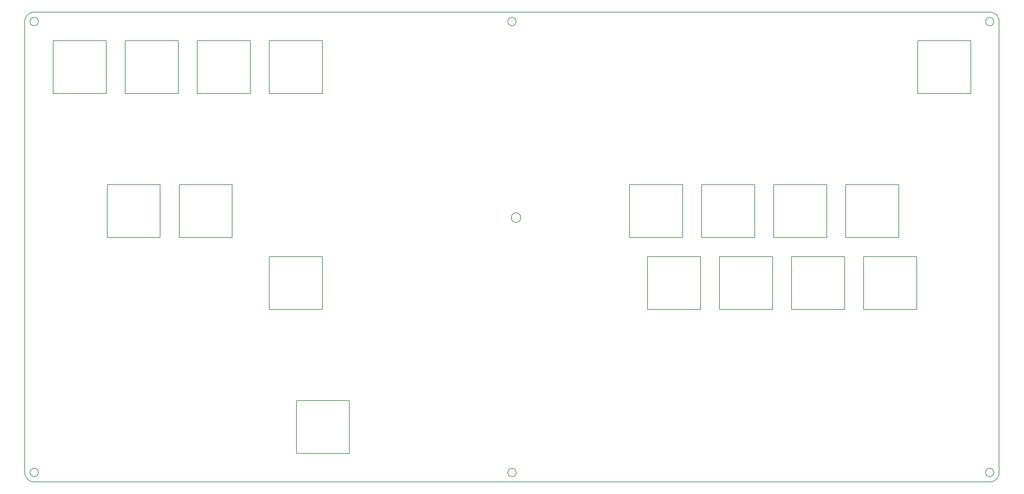
<source format=gbr>
G04 #@! TF.GenerationSoftware,KiCad,Pcbnew,5.0.1*
G04 #@! TF.CreationDate,2018-12-01T17:23:22-05:00*
G04 #@! TF.ProjectId,fightkeyb-pcb-switch,66696768746B6579622D7063622D7377,rev?*
G04 #@! TF.SameCoordinates,Original*
G04 #@! TF.FileFunction,Profile,NP*
%FSLAX46Y46*%
G04 Gerber Fmt 4.6, Leading zero omitted, Abs format (unit mm)*
G04 Created by KiCad (PCBNEW 5.0.1) date Sat 01 Dec 2018 05:23:22 PM EST*
%MOMM*%
%LPD*%
G01*
G04 APERTURE LIST*
%ADD10C,0.200000*%
G04 APERTURE END LIST*
D10*
X19958254Y-21472000D02*
X20039557Y-21295000D01*
X19889352Y-21657000D02*
X19958254Y-21472000D01*
X277388000Y-22038000D02*
X277410000Y-22233000D01*
X277348000Y-21846000D02*
X277388000Y-22038000D01*
X275691000Y-20052000D02*
X275875000Y-20121000D01*
X21310110Y-20121000D02*
X21494770Y-20052000D01*
X21132340Y-20202000D02*
X21310110Y-20121000D01*
X275875000Y-144040795D02*
X275691000Y-144108318D01*
X276053000Y-143956734D02*
X275875000Y-144040795D01*
X22267850Y-144229586D02*
X22070790Y-144222696D01*
X274917000Y-144229586D02*
X22267850Y-144229586D01*
X277146000Y-21295000D02*
X277228000Y-21472000D01*
X277049000Y-21122000D02*
X277146000Y-21295000D01*
X276940000Y-20960000D02*
X277049000Y-21122000D01*
X276819000Y-20806000D02*
X276940000Y-20960000D01*
X27292190Y-41456000D02*
X27292190Y-27454000D01*
X41293100Y-41456000D02*
X27292190Y-41456000D01*
X41293100Y-27454000D02*
X41293100Y-41456000D01*
X27292190Y-27454000D02*
X41293100Y-27454000D01*
X236842000Y-79555500D02*
X236842000Y-65554500D01*
X250843000Y-79555500D02*
X236842000Y-79555500D01*
X250843000Y-65554500D02*
X250843000Y-79555500D01*
X236842000Y-65554500D02*
X250843000Y-65554500D01*
X217792000Y-79555500D02*
X217792000Y-65554500D01*
X231793000Y-79555500D02*
X217792000Y-79555500D01*
X231793000Y-65554500D02*
X231793000Y-79555500D01*
X217792000Y-65554500D02*
X231793000Y-65554500D01*
X198742000Y-79555500D02*
X198742000Y-65554500D01*
X212743000Y-79555500D02*
X198742000Y-79555500D01*
X91586000Y-136705480D02*
X91586000Y-122704600D01*
X105585300Y-136705480D02*
X91586000Y-136705480D01*
X105585300Y-122704600D02*
X105585300Y-136705480D01*
X91586000Y-122704600D02*
X105585300Y-122704600D01*
X84442300Y-98605500D02*
X84442300Y-84604500D01*
X98443000Y-98605500D02*
X84442300Y-98605500D01*
X98443000Y-84604500D02*
X98443000Y-98605500D01*
X84442300Y-84604500D02*
X98443000Y-84604500D01*
X277348000Y-142314110D02*
X277296000Y-142502900D01*
X277388000Y-142122570D02*
X277348000Y-142314110D01*
X148252000Y-140683900D02*
X147946000Y-140840990D01*
X274919000Y-140631510D02*
X274578000Y-140683900D01*
X275258000Y-140683900D02*
X274919000Y-140631510D01*
X222555000Y-84604500D02*
X236554000Y-84604500D01*
X203505000Y-98605500D02*
X203505000Y-84604500D01*
X217504000Y-98605500D02*
X203505000Y-98605500D01*
X217504000Y-84604500D02*
X217504000Y-98605500D01*
X203505000Y-84604500D02*
X217504000Y-84604500D01*
X274578000Y-140683900D02*
X274271000Y-140840990D01*
X22267850Y-19929000D02*
X274919000Y-19930000D01*
X148252000Y-21383000D02*
X147946000Y-21540000D01*
X255892000Y-41456000D02*
X255892000Y-27454000D01*
X269893000Y-41456000D02*
X255892000Y-41456000D01*
X269893000Y-27454000D02*
X269893000Y-41456000D01*
X255892000Y-27454000D02*
X269893000Y-27454000D01*
X84442300Y-41456000D02*
X84442300Y-27454000D01*
X98443000Y-41456000D02*
X84442300Y-41456000D01*
X98443000Y-27454000D02*
X98443000Y-41456000D01*
X84442300Y-27454000D02*
X98443000Y-27454000D01*
X147702000Y-142377500D02*
X147946000Y-142620040D01*
X147547000Y-142070200D02*
X147702000Y-142377500D01*
X147493000Y-141731200D02*
X147547000Y-142070200D01*
X19798402Y-142122570D02*
X19774975Y-141926880D01*
X19836987Y-142314110D02*
X19798402Y-142122570D01*
X21168170Y-141731200D02*
X21220540Y-142070200D01*
X21220540Y-141390830D02*
X21168170Y-141731200D01*
X21377630Y-141083520D02*
X21220540Y-141390830D01*
X21132340Y-143956734D02*
X20960090Y-143861648D01*
X21310110Y-144040795D02*
X21132340Y-143956734D01*
X276388000Y-20407000D02*
X276542000Y-20529000D01*
X276225000Y-20298000D02*
X276388000Y-20407000D01*
X20136021Y-21122000D02*
X20244885Y-20960000D01*
X20039557Y-21295000D02*
X20136021Y-21122000D01*
X255604000Y-84604500D02*
X255604000Y-98605500D01*
X241605000Y-84604500D02*
X255604000Y-84604500D01*
X222555000Y-98605500D02*
X222555000Y-84604500D01*
X236554000Y-98605500D02*
X222555000Y-98605500D01*
X236554000Y-84604500D02*
X236554000Y-98605500D01*
X22070790Y-19937000D02*
X22267850Y-19929000D01*
X21875110Y-19961000D02*
X22070790Y-19937000D01*
X20366152Y-20806000D02*
X20499823Y-20662000D01*
X20244885Y-20960000D02*
X20366152Y-20806000D01*
X55579100Y-79555500D02*
X41579700Y-79555500D01*
X55579100Y-65554500D02*
X55579100Y-79555500D01*
X41579700Y-65554500D02*
X55579100Y-65554500D01*
X241605000Y-98605500D02*
X241605000Y-84604500D01*
X255604000Y-98605500D02*
X241605000Y-98605500D01*
X277049000Y-143037580D02*
X276940000Y-143200190D01*
X277146000Y-142865330D02*
X277049000Y-143037580D01*
X20960090Y-20298000D02*
X21132340Y-20202000D01*
X20797480Y-20407000D02*
X20960090Y-20298000D01*
X21683560Y-20000000D02*
X21875110Y-19961000D01*
X21494770Y-20052000D02*
X21683560Y-20000000D01*
X277418000Y-22430000D02*
X277418000Y-141729820D01*
X277410000Y-22233000D02*
X277418000Y-22430000D01*
X60629800Y-79555500D02*
X60629800Y-65554500D01*
X74629100Y-79555500D02*
X60629800Y-79555500D01*
X74629100Y-65554500D02*
X74629100Y-79555500D01*
X60629800Y-65554500D02*
X74629100Y-65554500D01*
X41579700Y-79555500D02*
X41579700Y-65554500D01*
X65392300Y-41456000D02*
X65392300Y-27454000D01*
X79393000Y-41456000D02*
X65392300Y-41456000D01*
X79393000Y-27454000D02*
X79393000Y-41456000D01*
X65392300Y-27454000D02*
X79393000Y-27454000D01*
X46342200Y-41456000D02*
X46342200Y-27454000D01*
X60343000Y-41456000D02*
X46342200Y-41456000D01*
X60343000Y-27454000D02*
X60343000Y-41456000D01*
X46342200Y-27454000D02*
X60343000Y-27454000D01*
X277296000Y-21657000D02*
X277348000Y-21846000D01*
X277228000Y-21472000D02*
X277296000Y-21657000D01*
X20244885Y-143200190D02*
X20136021Y-143037580D01*
X20366152Y-143354530D02*
X20244885Y-143200190D01*
X212743000Y-65554500D02*
X212743000Y-79555500D01*
X198742000Y-65554500D02*
X212743000Y-65554500D01*
X179692000Y-79555500D02*
X179692000Y-65554500D01*
X193693000Y-79555500D02*
X179692000Y-79555500D01*
X193693000Y-65554500D02*
X193693000Y-79555500D01*
X179692000Y-65554500D02*
X193693000Y-65554500D01*
X274029000Y-141083520D02*
X273870000Y-141390830D01*
X274271000Y-140840990D02*
X274029000Y-141083520D01*
X274029000Y-142377500D02*
X274271000Y-142620040D01*
X273870000Y-142070200D02*
X274029000Y-142377500D01*
X276819000Y-143354530D02*
X276685000Y-143497846D01*
X276940000Y-143200190D02*
X276819000Y-143354530D01*
X19836987Y-21846000D02*
X19889352Y-21657000D01*
X19798402Y-22038000D02*
X19836987Y-21846000D01*
X148933000Y-23476000D02*
X149240000Y-23319000D01*
X148592000Y-23530000D02*
X148933000Y-23476000D01*
X148252000Y-23476000D02*
X148592000Y-23530000D01*
X147946000Y-23319000D02*
X148252000Y-23476000D01*
X147702000Y-23077000D02*
X147946000Y-23319000D01*
X147547000Y-22769000D02*
X147702000Y-23077000D01*
X147493000Y-22430000D02*
X147547000Y-22769000D01*
X147547000Y-22090000D02*
X147493000Y-22430000D01*
X147702000Y-21783000D02*
X147547000Y-22090000D01*
X147946000Y-21540000D02*
X147702000Y-21783000D01*
X20499823Y-143497846D02*
X20366152Y-143354530D01*
X20643139Y-143631517D02*
X20499823Y-143497846D01*
X273870000Y-22090000D02*
X273819000Y-22430000D01*
X274029000Y-21783000D02*
X273870000Y-22090000D01*
X274271000Y-21540000D02*
X274029000Y-21783000D01*
X274578000Y-21383000D02*
X274271000Y-21540000D01*
X148592000Y-21331000D02*
X148252000Y-21383000D01*
X148933000Y-21383000D02*
X148592000Y-21331000D01*
X149240000Y-21540000D02*
X148933000Y-21383000D01*
X149483000Y-21783000D02*
X149240000Y-21540000D01*
X149638000Y-22090000D02*
X149483000Y-21783000D01*
X149692000Y-22430000D02*
X149638000Y-22090000D01*
X149638000Y-22769000D02*
X149692000Y-22430000D01*
X149483000Y-23077000D02*
X149638000Y-22769000D01*
X149240000Y-23319000D02*
X149483000Y-23077000D01*
X23156680Y-141083520D02*
X22914150Y-140840990D01*
X23313770Y-141390830D02*
X23156680Y-141083520D01*
X23367540Y-141731200D02*
X23313770Y-141390830D01*
X20039557Y-142865330D02*
X19958254Y-142687560D01*
X20136021Y-143037580D02*
X20039557Y-142865330D01*
X23156680Y-23077000D02*
X23313770Y-22769000D01*
X22914150Y-23319000D02*
X23156680Y-23077000D01*
X22606840Y-23476000D02*
X22914150Y-23319000D01*
X22267850Y-23530000D02*
X22606840Y-23476000D01*
X21927470Y-23476000D02*
X22267850Y-23530000D01*
X21620170Y-23319000D02*
X21927470Y-23476000D01*
X21377630Y-23077000D02*
X21620170Y-23319000D01*
X21220540Y-22769000D02*
X21377630Y-23077000D01*
X21168170Y-22430000D02*
X21220540Y-22769000D01*
X21220540Y-22090000D02*
X21168170Y-22430000D01*
X21377630Y-21783000D02*
X21220540Y-22090000D01*
X21620170Y-21540000D02*
X21377630Y-21783000D01*
X21927470Y-21383000D02*
X21620170Y-21540000D01*
X274919000Y-21331000D02*
X274578000Y-21383000D01*
X275258000Y-21383000D02*
X274919000Y-21331000D01*
X275113000Y-144222696D02*
X274917000Y-144229586D01*
X275309000Y-144200647D02*
X275113000Y-144222696D01*
X277228000Y-142687560D02*
X277146000Y-142865330D01*
X277296000Y-142502900D02*
X277228000Y-142687560D01*
X276053000Y-20202000D02*
X276225000Y-20298000D01*
X277410000Y-141926880D02*
X277388000Y-142122570D01*
X277418000Y-141729820D02*
X277410000Y-141926880D01*
X275875000Y-20121000D02*
X276053000Y-20202000D01*
X275565000Y-21540000D02*
X275258000Y-21383000D01*
X275808000Y-21783000D02*
X275565000Y-21540000D01*
X275965000Y-22090000D02*
X275808000Y-21783000D01*
X276018000Y-22430000D02*
X275965000Y-22090000D01*
X275965000Y-22769000D02*
X276018000Y-22430000D01*
X275808000Y-23077000D02*
X275965000Y-22769000D01*
X275565000Y-23319000D02*
X275808000Y-23077000D01*
X275258000Y-23476000D02*
X275565000Y-23319000D01*
X274919000Y-23530000D02*
X275258000Y-23476000D01*
X274578000Y-23476000D02*
X274919000Y-23530000D01*
X274271000Y-23319000D02*
X274578000Y-23476000D01*
X274029000Y-23077000D02*
X274271000Y-23319000D01*
X273870000Y-22769000D02*
X274029000Y-23077000D01*
X273819000Y-22430000D02*
X273870000Y-22769000D01*
X19889352Y-142502900D02*
X19836987Y-142314110D01*
X19958254Y-142687560D02*
X19889352Y-142502900D01*
X21620170Y-142620040D02*
X21927470Y-142777130D01*
X21377630Y-142377500D02*
X21620170Y-142620040D01*
X21220540Y-142070200D02*
X21377630Y-142377500D01*
X21875110Y-144200647D02*
X21683560Y-144160684D01*
X22070790Y-144222696D02*
X21875110Y-144200647D01*
X150934223Y-74304000D02*
G75*
G03X150934223Y-74304000I-1261223J0D01*
G01*
X22267850Y-21331000D02*
X21927470Y-21383000D01*
X22606840Y-21383000D02*
X22267850Y-21331000D01*
X22914150Y-21540000D02*
X22606840Y-21383000D01*
X23156680Y-21783000D02*
X22914150Y-21540000D01*
X23313770Y-22090000D02*
X23156680Y-21783000D01*
X23367540Y-22430000D02*
X23313770Y-22090000D01*
X23313770Y-22769000D02*
X23367540Y-22430000D01*
X21620170Y-140840990D02*
X21377630Y-141083520D01*
X21927470Y-140683900D02*
X21620170Y-140840990D01*
X148592000Y-140631510D02*
X148252000Y-140683900D01*
X23313770Y-142070200D02*
X23367540Y-141731200D01*
X23156680Y-142377500D02*
X23313770Y-142070200D01*
X22914150Y-142620040D02*
X23156680Y-142377500D01*
X276018000Y-141731200D02*
X275965000Y-141390830D01*
X275965000Y-142070200D02*
X276018000Y-141731200D01*
X275808000Y-142377500D02*
X275965000Y-142070200D01*
X274919000Y-142830880D02*
X275258000Y-142777130D01*
X274578000Y-142777130D02*
X274919000Y-142830880D01*
X274271000Y-142620040D02*
X274578000Y-142777130D01*
X275565000Y-140840990D02*
X275258000Y-140683900D01*
X275808000Y-141083520D02*
X275565000Y-140840990D01*
X275965000Y-141390830D02*
X275808000Y-141083520D01*
X184455000Y-98605500D02*
X184455000Y-84604500D01*
X198454000Y-98605500D02*
X184455000Y-98605500D01*
X198454000Y-84604500D02*
X198454000Y-98605500D01*
X184455000Y-84604500D02*
X198454000Y-84604500D01*
X19774975Y-22233000D02*
X19798402Y-22038000D01*
X19768085Y-22430000D02*
X19774975Y-22233000D01*
X276225000Y-143861648D02*
X276053000Y-143956734D01*
X276388000Y-143752785D02*
X276225000Y-143861648D01*
X148933000Y-140683900D02*
X148592000Y-140631510D01*
X149240000Y-140840990D02*
X148933000Y-140683900D01*
X149483000Y-141083520D02*
X149240000Y-140840990D01*
X148592000Y-142830880D02*
X148933000Y-142777130D01*
X148252000Y-142777130D02*
X148592000Y-142830880D01*
X147946000Y-142620040D02*
X148252000Y-142777130D01*
X20797480Y-143752785D02*
X20643139Y-143631517D01*
X20960090Y-143861648D02*
X20797480Y-143752785D01*
X19766707Y-141731200D02*
X19768085Y-22430000D01*
X19774975Y-141926880D02*
X19766707Y-141731200D01*
X149483000Y-142377500D02*
X149638000Y-142070200D01*
X149240000Y-142620040D02*
X149483000Y-142377500D01*
X148933000Y-142777130D02*
X149240000Y-142620040D01*
X20643139Y-20529000D02*
X20797480Y-20407000D01*
X20499823Y-20662000D02*
X20643139Y-20529000D01*
X275565000Y-142620040D02*
X275808000Y-142377500D01*
X275258000Y-142777130D02*
X275565000Y-142620040D01*
X22267850Y-140631510D02*
X21927470Y-140683900D01*
X22606840Y-140683900D02*
X22267850Y-140631510D01*
X22914150Y-140840990D02*
X22606840Y-140683900D01*
X149638000Y-141390830D02*
X149483000Y-141083520D01*
X149692000Y-141731200D02*
X149638000Y-141390830D01*
X149638000Y-142070200D02*
X149692000Y-141731200D01*
X276542000Y-143631517D02*
X276388000Y-143752785D01*
X276685000Y-143497846D02*
X276542000Y-143631517D01*
X275500000Y-144160684D02*
X275309000Y-144200647D01*
X275691000Y-144108318D02*
X275500000Y-144160684D01*
X273819000Y-141731200D02*
X273870000Y-142070200D01*
X273870000Y-141390830D02*
X273819000Y-141731200D01*
X21494770Y-144108318D02*
X21310110Y-144040795D01*
X21683560Y-144160684D02*
X21494770Y-144108318D01*
X147547000Y-141390830D02*
X147493000Y-141731200D01*
X147702000Y-141083520D02*
X147547000Y-141390830D01*
X147946000Y-140840990D02*
X147702000Y-141083520D01*
X276685000Y-20662000D02*
X276819000Y-20806000D01*
X276542000Y-20529000D02*
X276685000Y-20662000D01*
X22606840Y-142777130D02*
X22914150Y-142620040D01*
X22267850Y-142830880D02*
X22606840Y-142777130D01*
X21927470Y-142777130D02*
X22267850Y-142830880D01*
X274919000Y-19930000D02*
X275113000Y-19937000D01*
X275113000Y-19937000D02*
X275309000Y-19961000D01*
X275309000Y-19961000D02*
X275500000Y-20000000D01*
X275500000Y-20000000D02*
X275691000Y-20052000D01*
M02*

</source>
